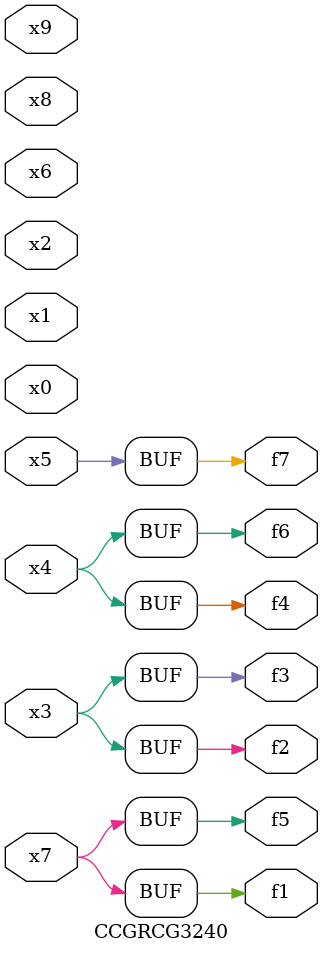
<source format=v>
module CCGRCG3240(
	input x0, x1, x2, x3, x4, x5, x6, x7, x8, x9,
	output f1, f2, f3, f4, f5, f6, f7
);
	assign f1 = x7;
	assign f2 = x3;
	assign f3 = x3;
	assign f4 = x4;
	assign f5 = x7;
	assign f6 = x4;
	assign f7 = x5;
endmodule

</source>
